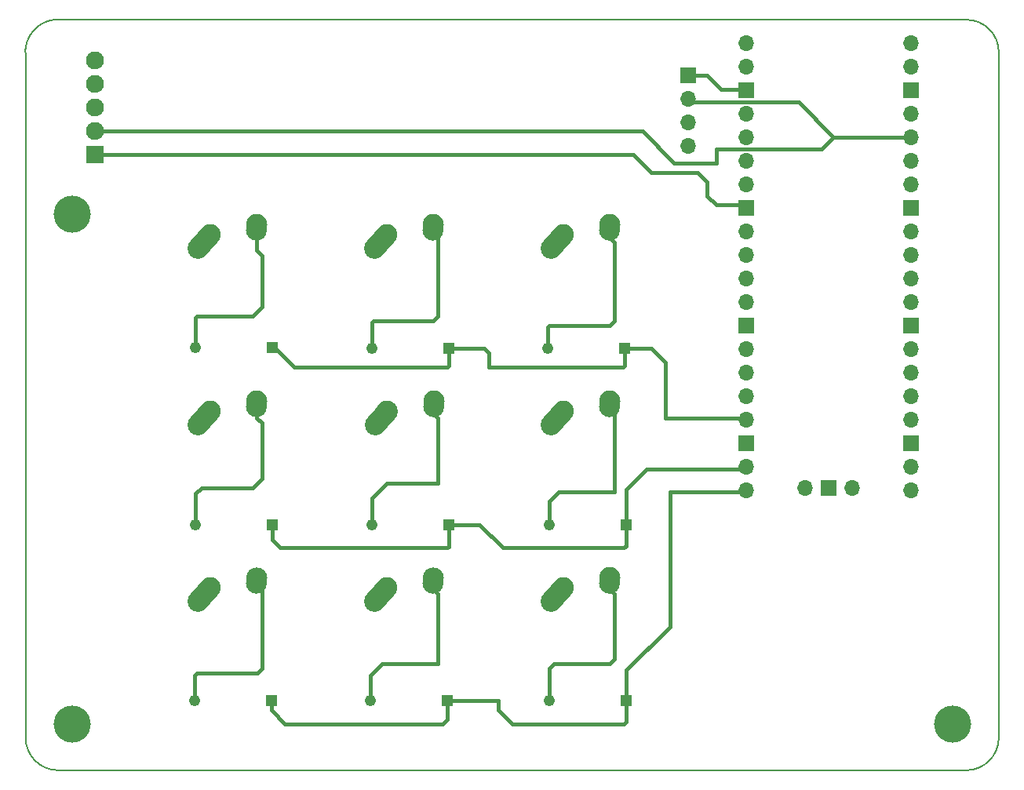
<source format=gbr>
%TF.GenerationSoftware,KiCad,Pcbnew,7.0.8*%
%TF.CreationDate,2023-11-02T17:37:10-07:00*%
%TF.ProjectId,3D4E Macropad,33443445-204d-4616-9372-6f7061642e6b,rev?*%
%TF.SameCoordinates,Original*%
%TF.FileFunction,Copper,L2,Bot*%
%TF.FilePolarity,Positive*%
%FSLAX46Y46*%
G04 Gerber Fmt 4.6, Leading zero omitted, Abs format (unit mm)*
G04 Created by KiCad (PCBNEW 7.0.8) date 2023-11-02 17:37:10*
%MOMM*%
%LPD*%
G01*
G04 APERTURE LIST*
G04 Aperture macros list*
%AMHorizOval*
0 Thick line with rounded ends*
0 $1 width*
0 $2 $3 position (X,Y) of the first rounded end (center of the circle)*
0 $4 $5 position (X,Y) of the second rounded end (center of the circle)*
0 Add line between two ends*
20,1,$1,$2,$3,$4,$5,0*
0 Add two circle primitives to create the rounded ends*
1,1,$1,$2,$3*
1,1,$1,$4,$5*%
G04 Aperture macros list end*
%TA.AperFunction,NonConductor*%
%ADD10C,0.200000*%
%TD*%
%TA.AperFunction,ComponentPad*%
%ADD11C,1.238000*%
%TD*%
%TA.AperFunction,ComponentPad*%
%ADD12R,1.238000X1.238000*%
%TD*%
%TA.AperFunction,ComponentPad*%
%ADD13HorizOval,2.250000X0.655001X0.730000X-0.655001X-0.730000X0*%
%TD*%
%TA.AperFunction,ComponentPad*%
%ADD14C,2.250000*%
%TD*%
%TA.AperFunction,ComponentPad*%
%ADD15HorizOval,2.250000X0.020000X0.290000X-0.020000X-0.290000X0*%
%TD*%
%TA.AperFunction,ComponentPad*%
%ADD16R,1.700000X1.700000*%
%TD*%
%TA.AperFunction,ComponentPad*%
%ADD17O,1.700000X1.700000*%
%TD*%
%TA.AperFunction,ComponentPad*%
%ADD18C,1.930400*%
%TD*%
%TA.AperFunction,ComponentPad*%
%ADD19R,1.930400X1.930400*%
%TD*%
%TA.AperFunction,ComponentPad*%
%ADD20C,4.000000*%
%TD*%
%TA.AperFunction,Conductor*%
%ADD21C,0.381000*%
%TD*%
G04 APERTURE END LIST*
D10*
X20000000Y-126500000D02*
G75*
G03*
X23500000Y-130000000I3500000J0D01*
G01*
X23500000Y-130000000D02*
X121500000Y-130000000D01*
X125000000Y-52500000D02*
G75*
G03*
X121500000Y-49000000I-3500000J0D01*
G01*
X121500000Y-130000000D02*
G75*
G03*
X125000000Y-126500000I0J3500000D01*
G01*
X125000000Y-126500000D02*
X125000000Y-52500000D01*
X121500000Y-49000000D02*
X23500000Y-48964467D01*
X20000001Y-53000000D02*
X20000000Y-126500000D01*
X23500000Y-48964468D02*
G75*
G03*
X20000002Y-53000000I0J-3535532D01*
G01*
D11*
%TO.P,D3,A*%
%TO.N,Net-(MX4-ROW)*%
X38354000Y-103500000D03*
D12*
%TO.P,D3,C*%
%TO.N,Row_1*%
X46646000Y-103500000D03*
%TD*%
D13*
%TO.P,MX9,1,COL*%
%TO.N,Col 2*%
X77345001Y-111030000D03*
D14*
X78000000Y-110300000D03*
D15*
%TO.P,MX9,2,ROW*%
%TO.N,Net-(MX9-ROW)*%
X83020000Y-109510000D03*
D14*
X83040000Y-109220000D03*
%TD*%
D13*
%TO.P,MX7,1,COL*%
%TO.N,Col 0*%
X39265001Y-111040000D03*
D14*
X39920000Y-110310000D03*
D15*
%TO.P,MX7,2,ROW*%
%TO.N,Net-(MX7-ROW)*%
X44940000Y-109520000D03*
D14*
X44960000Y-109230000D03*
%TD*%
D11*
%TO.P,D4,A*%
%TO.N,Net-(MX5-ROW)*%
X57354000Y-103500000D03*
D12*
%TO.P,D4,C*%
%TO.N,Row_1*%
X65646000Y-103500000D03*
%TD*%
D11*
%TO.P,D1,A*%
%TO.N,Net-(MX2-ROW)*%
X57354000Y-84500000D03*
D12*
%TO.P,D1,C*%
%TO.N,Row_0*%
X65646000Y-84500000D03*
%TD*%
D11*
%TO.P,D2,A*%
%TO.N,Net-(MX3-ROW)*%
X76354000Y-84500000D03*
D12*
%TO.P,D2,C*%
%TO.N,Row_0*%
X84646000Y-84500000D03*
%TD*%
D11*
%TO.P,D8,A*%
%TO.N,Net-(MX9-ROW)*%
X76500000Y-122500000D03*
D12*
%TO.P,D8,C*%
%TO.N,Row_2*%
X84792000Y-122500000D03*
%TD*%
D13*
%TO.P,MX5,1,COL*%
%TO.N,Col 1*%
X58345001Y-91980000D03*
D14*
X59000000Y-91250000D03*
D15*
%TO.P,MX5,2,ROW*%
%TO.N,Net-(MX5-ROW)*%
X64020000Y-90460000D03*
D14*
X64040000Y-90170000D03*
%TD*%
D16*
%TO.P,ssd1,1,GND*%
%TO.N,GND*%
X91500000Y-55000000D03*
D17*
%TO.P,ssd1,2,VCC*%
%TO.N,VCC*%
X91500000Y-57540000D03*
%TO.P,ssd1,3,SCL*%
%TO.N,SSD1306-SCK*%
X91500000Y-60080000D03*
%TO.P,ssd1,4,SDA*%
%TO.N,SSD1306-SDA*%
X91500000Y-62620000D03*
%TD*%
D18*
%TO.P,U2,CLK,CLK*%
%TO.N,KY040-CLK*%
X27500000Y-53420000D03*
%TO.P,U2,DT,DT*%
%TO.N,KY040-DT*%
X27500000Y-55960000D03*
D19*
%TO.P,U2,GND,GND*%
%TO.N,GND*%
X27500000Y-63580000D03*
D18*
%TO.P,U2,SW,SW*%
%TO.N,KY040-SW*%
X27500000Y-58500000D03*
%TO.P,U2,VCC,VCC*%
%TO.N,VCC*%
X27500000Y-61040000D03*
%TD*%
D11*
%TO.P,D5,A*%
%TO.N,Net-(MX6-ROW)*%
X76500000Y-103500000D03*
D12*
%TO.P,D5,C*%
%TO.N,Row_1*%
X84792000Y-103500000D03*
%TD*%
D11*
%TO.P,D6,A*%
%TO.N,Net-(MX7-ROW)*%
X38208000Y-122500000D03*
D12*
%TO.P,D6,C*%
%TO.N,Row_2*%
X46500000Y-122500000D03*
%TD*%
D13*
%TO.P,MX4,1,COL*%
%TO.N,Col 0*%
X39265001Y-91980000D03*
D14*
X39920000Y-91250000D03*
D15*
%TO.P,MX4,2,ROW*%
%TO.N,Net-(MX4-ROW)*%
X44940000Y-90460000D03*
D14*
X44960000Y-90170000D03*
%TD*%
D13*
%TO.P,MX3,1,COL*%
%TO.N,Col 2*%
X77345001Y-72930000D03*
D14*
X78000000Y-72200000D03*
D15*
%TO.P,MX3,2,ROW*%
%TO.N,Net-(MX3-ROW)*%
X83020000Y-71410000D03*
D14*
X83040000Y-71120000D03*
%TD*%
D11*
%TO.P,D0,A*%
%TO.N,Net-(MX1-ROW)*%
X38354000Y-84400000D03*
D12*
%TO.P,D0,C*%
%TO.N,Row_0*%
X46646000Y-84400000D03*
%TD*%
D13*
%TO.P,MX8,1,COL*%
%TO.N,Col 1*%
X58315001Y-111050000D03*
D14*
X58970000Y-110320000D03*
D15*
%TO.P,MX8,2,ROW*%
%TO.N,Net-(MX8-ROW)*%
X63990000Y-109530000D03*
D14*
X64010000Y-109240000D03*
%TD*%
D13*
%TO.P,MX6,1,COL*%
%TO.N,Col 2*%
X77345001Y-91980000D03*
D14*
X78000000Y-91250000D03*
D15*
%TO.P,MX6,2,ROW*%
%TO.N,Net-(MX6-ROW)*%
X83020000Y-90460000D03*
D14*
X83040000Y-90170000D03*
%TD*%
D20*
%TO.P,HOLE_M3,1*%
%TO.N,N/C*%
X25000000Y-125000000D03*
%TD*%
D17*
%TO.P,U1,1,GPIO0*%
%TO.N,KY040-CLK*%
X97720000Y-51500000D03*
%TO.P,U1,2,GPIO1*%
%TO.N,KY040-DT*%
X97720000Y-54040000D03*
D16*
%TO.P,U1,3,GND*%
%TO.N,GND*%
X97720000Y-56580000D03*
D17*
%TO.P,U1,4,GPIO2*%
%TO.N,KY040-SW*%
X97720000Y-59120000D03*
%TO.P,U1,5,GPIO3*%
%TO.N,unconnected-(U1-GPIO3-Pad5)*%
X97720000Y-61660000D03*
%TO.P,U1,6,GPIO4*%
%TO.N,SSD1306-SDA*%
X97720000Y-64200000D03*
%TO.P,U1,7,GPIO5*%
%TO.N,SSD1306-SCK*%
X97720000Y-66740000D03*
D16*
%TO.P,U1,8,GND*%
%TO.N,GND*%
X97720000Y-69280000D03*
D17*
%TO.P,U1,9,GPIO6*%
%TO.N,Col 0*%
X97720000Y-71820000D03*
%TO.P,U1,10,GPIO7*%
%TO.N,Col 1*%
X97720000Y-74360000D03*
%TO.P,U1,11,GPIO8*%
%TO.N,Col 2*%
X97720000Y-76900000D03*
%TO.P,U1,12,GPIO9*%
%TO.N,unconnected-(U1-GPIO9-Pad12)*%
X97720000Y-79440000D03*
D16*
%TO.P,U1,13,GND*%
%TO.N,GND*%
X97720000Y-81980000D03*
D17*
%TO.P,U1,14,GPIO10*%
%TO.N,unconnected-(U1-GPIO10-Pad14)*%
X97720000Y-84520000D03*
%TO.P,U1,15,GPIO11*%
%TO.N,unconnected-(U1-GPIO11-Pad15)*%
X97720000Y-87060000D03*
%TO.P,U1,16,GPIO12*%
%TO.N,unconnected-(U1-GPIO12-Pad16)*%
X97720000Y-89600000D03*
%TO.P,U1,17,GPIO13*%
%TO.N,Row_0*%
X97720000Y-92140000D03*
D16*
%TO.P,U1,18,GND*%
%TO.N,GND*%
X97720000Y-94680000D03*
D17*
%TO.P,U1,19,GPIO14*%
%TO.N,Row_1*%
X97720000Y-97220000D03*
%TO.P,U1,20,GPIO15*%
%TO.N,Row_2*%
X97720000Y-99760000D03*
%TO.P,U1,21,GPIO16*%
%TO.N,unconnected-(U1-GPIO16-Pad21)*%
X115500000Y-99760000D03*
%TO.P,U1,22,GPIO17*%
%TO.N,unconnected-(U1-GPIO17-Pad22)*%
X115500000Y-97220000D03*
D16*
%TO.P,U1,23,GND*%
%TO.N,unconnected-(U1-GND-Pad23)*%
X115500000Y-94680000D03*
D17*
%TO.P,U1,24,GPIO18*%
%TO.N,unconnected-(U1-GPIO18-Pad24)*%
X115500000Y-92140000D03*
%TO.P,U1,25,GPIO19*%
%TO.N,unconnected-(U1-GPIO19-Pad25)*%
X115500000Y-89600000D03*
%TO.P,U1,26,GPIO20*%
%TO.N,unconnected-(U1-GPIO20-Pad26)*%
X115500000Y-87060000D03*
%TO.P,U1,27,GPIO21*%
%TO.N,unconnected-(U1-GPIO21-Pad27)*%
X115500000Y-84520000D03*
D16*
%TO.P,U1,28,GND*%
%TO.N,unconnected-(U1-GND-Pad28)*%
X115500000Y-81980000D03*
D17*
%TO.P,U1,29,GPIO22*%
%TO.N,unconnected-(U1-GPIO22-Pad29)*%
X115500000Y-79440000D03*
%TO.P,U1,30,RUN*%
%TO.N,unconnected-(U1-RUN-Pad30)*%
X115500000Y-76900000D03*
%TO.P,U1,31,GPIO26_ADC0*%
%TO.N,unconnected-(U1-GPIO26_ADC0-Pad31)*%
X115500000Y-74360000D03*
%TO.P,U1,32,GPIO27_ADC1*%
%TO.N,unconnected-(U1-GPIO27_ADC1-Pad32)*%
X115500000Y-71820000D03*
D16*
%TO.P,U1,33,AGND*%
%TO.N,unconnected-(U1-AGND-Pad33)*%
X115500000Y-69280000D03*
D17*
%TO.P,U1,34,GPIO28_ADC2*%
%TO.N,unconnected-(U1-GPIO28_ADC2-Pad34)*%
X115500000Y-66740000D03*
%TO.P,U1,35,ADC_VREF*%
%TO.N,unconnected-(U1-ADC_VREF-Pad35)*%
X115500000Y-64200000D03*
%TO.P,U1,36,3V3*%
%TO.N,VCC*%
X115500000Y-61660000D03*
%TO.P,U1,37,3V3_EN*%
%TO.N,unconnected-(U1-3V3_EN-Pad37)*%
X115500000Y-59120000D03*
D16*
%TO.P,U1,38,GND*%
%TO.N,GND*%
X115500000Y-56580000D03*
D17*
%TO.P,U1,39,VSYS*%
%TO.N,unconnected-(U1-VSYS-Pad39)*%
X115500000Y-54040000D03*
%TO.P,U1,40,VBUS*%
%TO.N,unconnected-(U1-VBUS-Pad40)*%
X115500000Y-51500000D03*
%TO.P,U1,41,SWCLK*%
%TO.N,unconnected-(U1-SWCLK-Pad41)*%
X104070000Y-99530000D03*
D16*
%TO.P,U1,42,GND*%
%TO.N,unconnected-(U1-GND-Pad42)*%
X106610000Y-99530000D03*
D17*
%TO.P,U1,43,SWDIO*%
%TO.N,unconnected-(U1-SWDIO-Pad43)*%
X109150000Y-99530000D03*
%TD*%
D20*
%TO.P,HOLE_M3,1*%
%TO.N,N/C*%
X25000000Y-70000000D03*
%TD*%
D13*
%TO.P,MX2,1,COL*%
%TO.N,Col 1*%
X58281251Y-72930000D03*
D14*
X58936250Y-72200000D03*
D15*
%TO.P,MX2,2,ROW*%
%TO.N,Net-(MX2-ROW)*%
X63956250Y-71410000D03*
D14*
X63976250Y-71120000D03*
%TD*%
D11*
%TO.P,D7,A*%
%TO.N,Net-(MX8-ROW)*%
X57208000Y-122500000D03*
D12*
%TO.P,D7,C*%
%TO.N,Row_2*%
X65500000Y-122500000D03*
%TD*%
D13*
%TO.P,MX1,1,COL*%
%TO.N,Col 0*%
X39265001Y-72930000D03*
D14*
X39920000Y-72200000D03*
D15*
%TO.P,MX1,2,ROW*%
%TO.N,Net-(MX1-ROW)*%
X44940000Y-71410000D03*
D14*
X44960000Y-71120000D03*
%TD*%
D20*
%TO.P,HOLE_M3,1*%
%TO.N,N/C*%
X120000000Y-125000000D03*
%TD*%
D21*
%TO.N,Row_0*%
X69500000Y-84500000D02*
X70000000Y-85000000D01*
X89000000Y-86000000D02*
X89000000Y-92000000D01*
X65646000Y-86354000D02*
X65646000Y-84500000D01*
X87500000Y-84500000D02*
X89000000Y-86000000D01*
X65646000Y-84500000D02*
X69500000Y-84500000D01*
X70000000Y-85000000D02*
X70000000Y-86500000D01*
X84500000Y-86500000D02*
X84646000Y-86354000D01*
X84646000Y-84500000D02*
X87500000Y-84500000D01*
X46900000Y-84400000D02*
X49000000Y-86500000D01*
X84646000Y-86354000D02*
X84646000Y-84500000D01*
X89000000Y-92000000D02*
X97580000Y-92000000D01*
X97580000Y-92000000D02*
X97720000Y-92140000D01*
X49000000Y-86500000D02*
X65500000Y-86500000D01*
X46646000Y-84400000D02*
X46900000Y-84400000D01*
X70000000Y-86500000D02*
X84500000Y-86500000D01*
X65500000Y-86500000D02*
X65646000Y-86354000D01*
X65646000Y-84500000D02*
X65200750Y-84054750D01*
%TO.N,Row_1*%
X84584000Y-106000000D02*
X84792000Y-105792000D01*
X84792000Y-103500000D02*
X84792000Y-99708000D01*
X46646000Y-103500000D02*
X46646000Y-105146000D01*
X84792000Y-105792000D02*
X84792000Y-103500000D01*
X47500000Y-106000000D02*
X65500000Y-106000000D01*
X65646000Y-105854000D02*
X65646000Y-103500000D01*
X71500000Y-106000000D02*
X84584000Y-106000000D01*
X84792000Y-99708000D02*
X87000000Y-97500000D01*
X87000000Y-97500000D02*
X97440000Y-97500000D01*
X65500000Y-106000000D02*
X65646000Y-105854000D01*
X69000000Y-103500000D02*
X71500000Y-106000000D01*
X97440000Y-97500000D02*
X97720000Y-97220000D01*
X65646000Y-103500000D02*
X69000000Y-103500000D01*
X46646000Y-105146000D02*
X47500000Y-106000000D01*
%TO.N,Row_2*%
X84584000Y-125000000D02*
X72500000Y-125000000D01*
X46500000Y-123500000D02*
X48000000Y-125000000D01*
X89500000Y-114500000D02*
X89500000Y-100000000D01*
X71000000Y-123500000D02*
X72500000Y-125000000D01*
X97480000Y-100000000D02*
X97720000Y-99760000D01*
X65500000Y-124500000D02*
X65500000Y-122500000D01*
X84792000Y-124792000D02*
X84584000Y-125000000D01*
X84792000Y-122500000D02*
X84792000Y-119208000D01*
X48000000Y-125000000D02*
X65000000Y-125000000D01*
X65500000Y-122500000D02*
X71000000Y-122500000D01*
X46500000Y-122500000D02*
X46500000Y-123500000D01*
X89500000Y-100000000D02*
X97480000Y-100000000D01*
X65000000Y-125000000D02*
X65500000Y-124500000D01*
X84792000Y-124792000D02*
X84792000Y-122500000D01*
X71000000Y-122500000D02*
X71000000Y-123500000D01*
X84792000Y-119208000D02*
X89500000Y-114500000D01*
%TO.N,GND*%
X93500000Y-66500000D02*
X93500000Y-68000000D01*
X95000000Y-56500000D02*
X97640000Y-56500000D01*
X27500000Y-63580000D02*
X85580000Y-63580000D01*
X91500000Y-55000000D02*
X93500000Y-55000000D01*
X85580000Y-63580000D02*
X87500000Y-65500000D01*
X93500000Y-68000000D02*
X94500000Y-69000000D01*
X97640000Y-56500000D02*
X97720000Y-56580000D01*
X87500000Y-65500000D02*
X92500000Y-65500000D01*
X94500000Y-69000000D02*
X97440000Y-69000000D01*
X97440000Y-69000000D02*
X97720000Y-69280000D01*
X93500000Y-55000000D02*
X95000000Y-56500000D01*
X92500000Y-65500000D02*
X93500000Y-66500000D01*
%TO.N,VCC*%
X94500000Y-64500000D02*
X94500000Y-63000000D01*
X86540000Y-61040000D02*
X90000000Y-64500000D01*
X91500000Y-57540000D02*
X91844156Y-57884156D01*
X94535844Y-62964156D02*
X105855844Y-62964156D01*
X107160000Y-61660000D02*
X115500000Y-61660000D01*
X90000000Y-64500000D02*
X94500000Y-64500000D01*
X94500000Y-63000000D02*
X94535844Y-62964156D01*
X91844156Y-57884156D02*
X103384156Y-57884156D01*
X105855844Y-62964156D02*
X107160000Y-61660000D01*
X103384156Y-57884156D02*
X107160000Y-61660000D01*
X27500000Y-61040000D02*
X86540000Y-61040000D01*
%TO.N,Net-(MX1-ROW)*%
X44920000Y-73920000D02*
X45500000Y-74500000D01*
X44500000Y-81000000D02*
X38500000Y-81000000D01*
X45500000Y-80000000D02*
X44500000Y-81000000D01*
X38500000Y-81000000D02*
X38354000Y-81146000D01*
X38354000Y-81146000D02*
X38354000Y-84400000D01*
X45500000Y-74500000D02*
X45500000Y-80000000D01*
X44920000Y-71700000D02*
X44920000Y-73920000D01*
%TO.N,Net-(MX2-ROW)*%
X64000000Y-81500000D02*
X57500000Y-81500000D01*
X64500000Y-81000000D02*
X64000000Y-81500000D01*
X63936250Y-71700000D02*
X64500000Y-72263750D01*
X57254000Y-84400000D02*
X57354000Y-84500000D01*
X57354000Y-81646000D02*
X57354000Y-84500000D01*
X57500000Y-81500000D02*
X57354000Y-81646000D01*
X64500000Y-72263750D02*
X64500000Y-81000000D01*
%TO.N,Net-(MX3-ROW)*%
X83000000Y-72500000D02*
X83500000Y-73000000D01*
X83500000Y-81500000D02*
X83000000Y-82000000D01*
X76500000Y-82000000D02*
X76354000Y-82146000D01*
X76354000Y-82146000D02*
X76354000Y-84500000D01*
X83000000Y-71700000D02*
X83000000Y-72500000D01*
X83500000Y-73000000D02*
X83500000Y-81500000D01*
X83000000Y-82000000D02*
X76500000Y-82000000D01*
%TO.N,Net-(MX4-ROW)*%
X45500000Y-98500000D02*
X44500000Y-99500000D01*
X44960000Y-91960000D02*
X45500000Y-92500000D01*
X39000000Y-99500000D02*
X38354000Y-100146000D01*
X38354000Y-100146000D02*
X38354000Y-103500000D01*
X45500000Y-92500000D02*
X45500000Y-98500000D01*
X44500000Y-99500000D02*
X39000000Y-99500000D01*
X44960000Y-90170000D02*
X44960000Y-91960000D01*
%TO.N,Net-(MX5-ROW)*%
X64500000Y-99000000D02*
X59000000Y-99000000D01*
X64000000Y-90750000D02*
X64000000Y-91500000D01*
X57354000Y-100646000D02*
X57354000Y-103500000D01*
X57354000Y-100646000D02*
X59000000Y-99000000D01*
X64500000Y-92000000D02*
X64500000Y-99000000D01*
X64000000Y-91500000D02*
X64500000Y-92000000D01*
%TO.N,Net-(MX6-ROW)*%
X83500000Y-91250000D02*
X83000000Y-90750000D01*
X76500000Y-103500000D02*
X76500000Y-101000000D01*
X83500000Y-100000000D02*
X83500000Y-91250000D01*
X76500000Y-101000000D02*
X77500000Y-100000000D01*
X77500000Y-100000000D02*
X83500000Y-100000000D01*
%TO.N,Net-(MX7-ROW)*%
X38208000Y-119792000D02*
X38500000Y-119500000D01*
X38500000Y-119500000D02*
X45000000Y-119500000D01*
X38208000Y-122500000D02*
X38208000Y-119792000D01*
X45500000Y-119000000D02*
X45500000Y-110390000D01*
X45500000Y-110390000D02*
X44920000Y-109810000D01*
X45000000Y-119500000D02*
X45500000Y-119000000D01*
%TO.N,Net-(MX8-ROW)*%
X63970000Y-109820000D02*
X63970000Y-110470000D01*
X64500000Y-111000000D02*
X64500000Y-118500000D01*
X63970000Y-110470000D02*
X64500000Y-111000000D01*
X64500000Y-118500000D02*
X58500000Y-118500000D01*
X58500000Y-118500000D02*
X57208000Y-119792000D01*
X57208000Y-119792000D02*
X57208000Y-122500000D01*
%TO.N,Net-(MX9-ROW)*%
X83000000Y-110500000D02*
X83500000Y-111000000D01*
X76500000Y-119000000D02*
X76500000Y-122500000D01*
X83500000Y-118000000D02*
X83000000Y-118500000D01*
X77000000Y-118500000D02*
X76500000Y-119000000D01*
X83000000Y-118500000D02*
X77000000Y-118500000D01*
X83500000Y-111000000D02*
X83500000Y-118000000D01*
X83000000Y-109800000D02*
X83000000Y-110500000D01*
%TD*%
M02*

</source>
